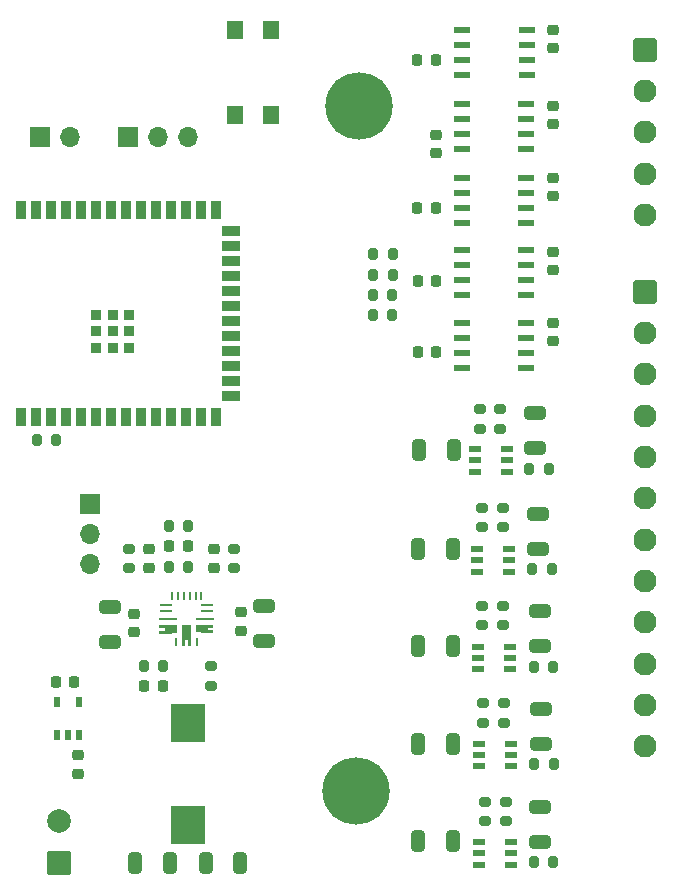
<source format=gts>
%TF.GenerationSoftware,KiCad,Pcbnew,7.0.7*%
%TF.CreationDate,2024-02-09T10:04:47-05:00*%
%TF.ProjectId,control-module-pcb,636f6e74-726f-46c2-9d6d-6f64756c652d,rev?*%
%TF.SameCoordinates,Original*%
%TF.FileFunction,Soldermask,Top*%
%TF.FilePolarity,Negative*%
%FSLAX46Y46*%
G04 Gerber Fmt 4.6, Leading zero omitted, Abs format (unit mm)*
G04 Created by KiCad (PCBNEW 7.0.7) date 2024-02-09 10:04:47*
%MOMM*%
%LPD*%
G01*
G04 APERTURE LIST*
G04 Aperture macros list*
%AMRoundRect*
0 Rectangle with rounded corners*
0 $1 Rounding radius*
0 $2 $3 $4 $5 $6 $7 $8 $9 X,Y pos of 4 corners*
0 Add a 4 corners polygon primitive as box body*
4,1,4,$2,$3,$4,$5,$6,$7,$8,$9,$2,$3,0*
0 Add four circle primitives for the rounded corners*
1,1,$1+$1,$2,$3*
1,1,$1+$1,$4,$5*
1,1,$1+$1,$6,$7*
1,1,$1+$1,$8,$9*
0 Add four rect primitives between the rounded corners*
20,1,$1+$1,$2,$3,$4,$5,0*
20,1,$1+$1,$4,$5,$6,$7,0*
20,1,$1+$1,$6,$7,$8,$9,0*
20,1,$1+$1,$8,$9,$2,$3,0*%
%AMFreePoly0*
4,1,12,0.749300,-0.127000,0.749100,-0.525126,0.343100,-0.525126,0.251100,-0.627126,-0.749100,-0.627126,-0.749100,-0.373126,-0.249100,-0.373126,-0.249300,-0.127000,-0.749300,-0.127000,-0.749300,0.127000,0.749300,0.127000,0.749300,-0.127000,0.749300,-0.127000,$1*%
%AMFreePoly1*
4,1,11,1.425001,0.126937,1.425001,-0.627063,0.355600,-0.627126,-0.355600,-0.627126,-0.355600,-0.373126,0.150400,-0.373126,0.150400,-0.127000,-0.355600,-0.127000,-0.355600,0.127000,0.355600,0.127000,1.425001,0.126937,1.425001,0.126937,$1*%
%AMFreePoly2*
4,1,12,0.546300,0.373126,0.046300,0.373126,0.046100,0.127000,0.546100,0.127000,0.546100,-0.127000,-0.454100,-0.127000,-0.546100,-0.025000,-0.952100,-0.025000,-0.952300,0.373126,-0.952300,0.627126,0.546300,0.627126,0.546300,0.373126,0.546300,0.373126,$1*%
G04 Aperture macros list end*
%ADD10RoundRect,0.225000X0.225000X0.250000X-0.225000X0.250000X-0.225000X-0.250000X0.225000X-0.250000X0*%
%ADD11RoundRect,0.200000X0.275000X-0.200000X0.275000X0.200000X-0.275000X0.200000X-0.275000X-0.200000X0*%
%ADD12RoundRect,0.200000X-0.200000X-0.275000X0.200000X-0.275000X0.200000X0.275000X-0.200000X0.275000X0*%
%ADD13R,1.460500X0.558800*%
%ADD14RoundRect,0.200000X-0.275000X0.200000X-0.275000X-0.200000X0.275000X-0.200000X0.275000X0.200000X0*%
%ADD15RoundRect,0.250000X0.325000X0.650000X-0.325000X0.650000X-0.325000X-0.650000X0.325000X-0.650000X0*%
%ADD16RoundRect,0.225000X-0.225000X-0.250000X0.225000X-0.250000X0.225000X0.250000X-0.225000X0.250000X0*%
%ADD17RoundRect,0.102000X-0.875000X0.875000X-0.875000X-0.875000X0.875000X-0.875000X0.875000X0.875000X0*%
%ADD18C,1.954000*%
%ADD19R,0.558800X0.952500*%
%ADD20RoundRect,0.225000X0.250000X-0.225000X0.250000X0.225000X-0.250000X0.225000X-0.250000X-0.225000X0*%
%ADD21R,2.997200X3.200400*%
%ADD22RoundRect,0.200000X0.200000X0.275000X-0.200000X0.275000X-0.200000X-0.275000X0.200000X-0.275000X0*%
%ADD23RoundRect,0.250000X-0.325000X-0.650000X0.325000X-0.650000X0.325000X0.650000X-0.325000X0.650000X0*%
%ADD24R,1.700000X1.700000*%
%ADD25O,1.700000X1.700000*%
%ADD26RoundRect,0.250000X0.650000X-0.325000X0.650000X0.325000X-0.650000X0.325000X-0.650000X-0.325000X0*%
%ADD27RoundRect,0.102000X0.900000X-0.900000X0.900000X0.900000X-0.900000X0.900000X-0.900000X-0.900000X0*%
%ADD28C,2.004000*%
%ADD29R,0.977900X0.558800*%
%ADD30R,1.092200X0.254000*%
%ADD31R,1.498600X0.254000*%
%ADD32FreePoly0,0.000000*%
%ADD33R,0.127000X0.127000*%
%ADD34R,0.254000X0.711200*%
%ADD35FreePoly1,90.000000*%
%ADD36FreePoly2,0.000000*%
%ADD37RoundRect,0.250000X-0.650000X0.325000X-0.650000X-0.325000X0.650000X-0.325000X0.650000X0.325000X0*%
%ADD38R,1.400000X1.600000*%
%ADD39RoundRect,0.225000X-0.250000X0.225000X-0.250000X-0.225000X0.250000X-0.225000X0.250000X0.225000X0*%
%ADD40R,0.900000X1.500000*%
%ADD41R,1.500000X0.900000*%
%ADD42R,0.900000X0.900000*%
%ADD43C,3.600000*%
%ADD44C,5.700000*%
G04 APERTURE END LIST*
D10*
%TO.C,C4*%
X155135662Y-113629416D03*
X153585662Y-113629416D03*
%TD*%
D11*
%TO.C,R3*%
X152263009Y-103646135D03*
X152263009Y-101996135D03*
%TD*%
D12*
%TO.C,R6*%
X155657159Y-103553860D03*
X157307159Y-103553860D03*
%TD*%
%TO.C,R24*%
X172975000Y-78800000D03*
X174625000Y-78800000D03*
%TD*%
D13*
%TO.C,U13*%
X180500000Y-82865000D03*
X180500000Y-84135000D03*
X180500000Y-85405000D03*
X180500000Y-86675000D03*
X185948300Y-86675000D03*
X185948300Y-85405000D03*
X185948300Y-84135000D03*
X185948300Y-82865000D03*
%TD*%
D14*
%TO.C,R15*%
X182224150Y-106845001D03*
X182224150Y-108495001D03*
%TD*%
D15*
%TO.C,C7*%
X176859999Y-93690000D03*
X179809999Y-93690000D03*
%TD*%
D13*
%TO.C,U11*%
X180500000Y-70615000D03*
X180500000Y-71885000D03*
X180500000Y-73155000D03*
X180500000Y-74425000D03*
X185948300Y-74425000D03*
X185948300Y-73155000D03*
X185948300Y-71885000D03*
X185948300Y-70615000D03*
%TD*%
D16*
%TO.C,C17*%
X176699150Y-60670000D03*
X178249150Y-60670000D03*
%TD*%
D12*
%TO.C,R20*%
X186543650Y-128545002D03*
X188193650Y-128545002D03*
%TD*%
D17*
%TO.C,J4*%
X196000000Y-59750000D03*
D18*
X196000000Y-63250000D03*
X196000000Y-66750000D03*
X196000000Y-70250000D03*
X196000000Y-73750000D03*
%TD*%
D15*
%TO.C,C11*%
X179725000Y-110250000D03*
X176775000Y-110250000D03*
%TD*%
D19*
%TO.C,U3*%
X146160200Y-117777950D03*
X147100000Y-117777950D03*
X148039800Y-117777950D03*
X148039800Y-115022050D03*
X146160200Y-115022050D03*
%TD*%
D20*
%TO.C,C20*%
X188198300Y-66070000D03*
X188198300Y-64520000D03*
%TD*%
D21*
%TO.C,L1*%
X157250000Y-125360600D03*
X157250000Y-116750000D03*
%TD*%
D14*
%TO.C,R1*%
X159250000Y-111949689D03*
X159250000Y-113599689D03*
%TD*%
%TO.C,R12*%
X182224150Y-98545001D03*
X182224150Y-100195001D03*
%TD*%
D11*
%TO.C,R22*%
X184174150Y-125070001D03*
X184174150Y-123420001D03*
%TD*%
D20*
%TO.C,C19*%
X178250000Y-68525000D03*
X178250000Y-66975000D03*
%TD*%
D12*
%TO.C,R4*%
X153527131Y-111949563D03*
X155177131Y-111949563D03*
%TD*%
D11*
%TO.C,R16*%
X183974150Y-108495001D03*
X183974150Y-106845001D03*
%TD*%
D22*
%TO.C,R5*%
X157313994Y-100065209D03*
X155663994Y-100065209D03*
%TD*%
D14*
%TO.C,R9*%
X181975000Y-90195000D03*
X181975000Y-91845000D03*
%TD*%
D20*
%TO.C,C3*%
X153978133Y-103599689D03*
X153978133Y-102049689D03*
%TD*%
D23*
%TO.C,C2B1*%
X158778133Y-128599689D03*
X161728133Y-128599689D03*
%TD*%
D12*
%TO.C,R8*%
X186175000Y-95270000D03*
X187825000Y-95270000D03*
%TD*%
D16*
%TO.C,C2*%
X146125000Y-113277950D03*
X147675000Y-113277950D03*
%TD*%
D22*
%TO.C,R23*%
X174625000Y-77075000D03*
X172975000Y-77075000D03*
%TD*%
D24*
%TO.C,J2*%
X144725000Y-67125000D03*
D25*
X147265000Y-67125000D03*
%TD*%
D12*
%TO.C,R17*%
X186624150Y-120245001D03*
X188274150Y-120245001D03*
%TD*%
D26*
%TO.C,C12*%
X187100000Y-110245001D03*
X187100000Y-107295001D03*
%TD*%
D12*
%TO.C,R2*%
X144475000Y-92800000D03*
X146125000Y-92800000D03*
%TD*%
D27*
%TO.C,J5*%
X146400000Y-128600000D03*
D28*
X146400000Y-125100000D03*
%TD*%
D29*
%TO.C,U8*%
X181943650Y-126845001D03*
X181943650Y-127795002D03*
X181943650Y-128745003D03*
X184674150Y-128745003D03*
X184674150Y-127795002D03*
X184674150Y-126845001D03*
%TD*%
D16*
%TO.C,C21*%
X176699150Y-73170000D03*
X178249150Y-73170000D03*
%TD*%
D20*
%TO.C,C18*%
X188224150Y-59615000D03*
X188224150Y-58065000D03*
%TD*%
D30*
%TO.C,U2*%
X155423129Y-106799311D03*
X155423129Y-107299437D03*
D31*
X155626129Y-107949563D03*
D32*
X155626129Y-108599689D03*
D33*
X155423129Y-109099815D03*
D34*
X156276942Y-109899564D03*
D35*
X156927068Y-109899564D03*
D33*
X157427194Y-109899564D03*
D34*
X158077320Y-109899564D03*
D36*
X158931133Y-109099815D03*
D33*
X158728133Y-108599689D03*
D31*
X158728133Y-107949563D03*
D30*
X158931133Y-107299437D03*
X158931133Y-106799311D03*
D34*
X158427446Y-105999562D03*
X157927320Y-105999562D03*
X157427194Y-105999562D03*
X156927068Y-105999562D03*
X156426942Y-105999562D03*
X155926816Y-105999562D03*
%TD*%
D37*
%TO.C,C1B1*%
X163750000Y-106855300D03*
X163750000Y-109805300D03*
%TD*%
D20*
%TO.C,C6*%
X159478133Y-103599689D03*
X159478133Y-102049689D03*
%TD*%
%TO.C,C26*%
X188198300Y-84405000D03*
X188198300Y-82855000D03*
%TD*%
D29*
%TO.C,U5*%
X181724150Y-102045000D03*
X181724150Y-102995001D03*
X181724150Y-103945002D03*
X184454650Y-103945002D03*
X184454650Y-102995001D03*
X184454650Y-102045000D03*
%TD*%
D13*
%TO.C,U12*%
X180500000Y-76750000D03*
X180500000Y-78020000D03*
X180500000Y-79290000D03*
X180500000Y-80560000D03*
X185948300Y-80560000D03*
X185948300Y-79290000D03*
X185948300Y-78020000D03*
X185948300Y-76750000D03*
%TD*%
D38*
%TO.C,SW1*%
X164300000Y-58100000D03*
X164300000Y-65300000D03*
X161300000Y-58100000D03*
X161300000Y-65300000D03*
%TD*%
D29*
%TO.C,U7*%
X181908900Y-118545000D03*
X181908900Y-119495001D03*
X181908900Y-120445002D03*
X184639400Y-120445002D03*
X184639400Y-119495001D03*
X184639400Y-118545000D03*
%TD*%
D15*
%TO.C,C2A1*%
X155728133Y-128599689D03*
X152778133Y-128599689D03*
%TD*%
D39*
%TO.C,C1D1*%
X161750000Y-107405426D03*
X161750000Y-108955426D03*
%TD*%
D15*
%TO.C,C9*%
X176805000Y-102000000D03*
X179755000Y-102000000D03*
%TD*%
D16*
%TO.C,C23*%
X176724150Y-79370000D03*
X178274150Y-79370000D03*
%TD*%
D20*
%TO.C,C24*%
X188224150Y-78405000D03*
X188224150Y-76855000D03*
%TD*%
D26*
%TO.C,C14*%
X187200000Y-118500000D03*
X187200000Y-115550000D03*
%TD*%
%TO.C,C8*%
X186700000Y-93495001D03*
X186700000Y-90545001D03*
%TD*%
D13*
%TO.C,U10*%
X185948300Y-64365000D03*
X185948300Y-65635000D03*
X185948300Y-66905000D03*
X185948300Y-68175000D03*
X180500000Y-68175000D03*
X180500000Y-66905000D03*
X180500000Y-65635000D03*
X180500000Y-64365000D03*
%TD*%
D11*
%TO.C,R7*%
X161215733Y-103662244D03*
X161215733Y-102012244D03*
%TD*%
D24*
%TO.C,J1*%
X152170000Y-67125000D03*
D25*
X154710000Y-67125000D03*
X157250000Y-67125000D03*
%TD*%
D29*
%TO.C,U4*%
X184340250Y-93569999D03*
X184340250Y-94520000D03*
X184340250Y-95470001D03*
X181609750Y-95470001D03*
X181609750Y-94520000D03*
X181609750Y-93569999D03*
%TD*%
D17*
%TO.C,J3*%
X196000000Y-80250000D03*
D18*
X196000000Y-83750000D03*
X196000000Y-87250000D03*
X196000000Y-90750000D03*
X196000000Y-94250000D03*
X196000000Y-97750000D03*
X196000000Y-101250000D03*
X196000000Y-104750000D03*
X196000000Y-108250000D03*
X196000000Y-111750000D03*
X196000000Y-115250000D03*
X196000000Y-118750000D03*
%TD*%
D12*
%TO.C,R26*%
X172950000Y-82200000D03*
X174600000Y-82200000D03*
%TD*%
D22*
%TO.C,R25*%
X174600000Y-80500000D03*
X172950000Y-80500000D03*
%TD*%
D10*
%TO.C,C5*%
X157250000Y-101805300D03*
X155700000Y-101805300D03*
%TD*%
D14*
%TO.C,R21*%
X182424150Y-123420001D03*
X182424150Y-125070001D03*
%TD*%
D39*
%TO.C,C1*%
X148000000Y-119500000D03*
X148000000Y-121050000D03*
%TD*%
D40*
%TO.C,U1*%
X143180000Y-90850000D03*
X144450000Y-90850000D03*
X145720000Y-90850000D03*
X146990000Y-90850000D03*
X148260000Y-90850000D03*
X149530000Y-90850000D03*
X150800000Y-90850000D03*
X152070000Y-90850000D03*
X153340000Y-90850000D03*
X154610000Y-90850000D03*
X155880000Y-90850000D03*
X157150000Y-90850000D03*
X158420000Y-90850000D03*
X159690000Y-90850000D03*
D41*
X160940000Y-89085000D03*
X160940000Y-87815000D03*
X160940000Y-86545000D03*
X160940000Y-85275000D03*
X160940000Y-84005000D03*
X160940000Y-82735000D03*
X160940000Y-81465000D03*
X160940000Y-80195000D03*
X160940000Y-78925000D03*
X160940000Y-77655000D03*
X160940000Y-76385000D03*
X160940000Y-75115000D03*
D40*
X159690000Y-73350000D03*
X158420000Y-73350000D03*
X157150000Y-73350000D03*
X155880000Y-73350000D03*
X154610000Y-73350000D03*
X153340000Y-73350000D03*
X152070000Y-73350000D03*
X150800000Y-73350000D03*
X149530000Y-73350000D03*
X148260000Y-73350000D03*
X146990000Y-73350000D03*
X145720000Y-73350000D03*
X144450000Y-73350000D03*
X143180000Y-73350000D03*
D42*
X149500000Y-85000000D03*
X150900000Y-85000000D03*
X152300000Y-85000000D03*
X152300000Y-85000000D03*
X149500000Y-83600000D03*
X149500000Y-83600000D03*
X150900000Y-83600000D03*
X152300000Y-83600000D03*
X149500000Y-82200000D03*
X150900000Y-82200000D03*
X152300000Y-82200000D03*
%TD*%
D39*
%TO.C,C1C1*%
X152750000Y-107505300D03*
X152750000Y-109055300D03*
%TD*%
D14*
%TO.C,R18*%
X182274150Y-115095001D03*
X182274150Y-116745001D03*
%TD*%
D43*
%TO.C,REF\u002A\u002A*%
X171500000Y-122500000D03*
D44*
X171500000Y-122500000D03*
%TD*%
D11*
%TO.C,R10*%
X183725000Y-91845000D03*
X183725000Y-90195000D03*
%TD*%
D16*
%TO.C,C25*%
X176724150Y-85370000D03*
X178274150Y-85370000D03*
%TD*%
D20*
%TO.C,C22*%
X188198300Y-72145000D03*
X188198300Y-70595000D03*
%TD*%
D11*
%TO.C,R19*%
X184024150Y-116745001D03*
X184024150Y-115095001D03*
%TD*%
D13*
%TO.C,U9*%
X180525850Y-58095000D03*
X180525850Y-59365000D03*
X180525850Y-60635000D03*
X180525850Y-61905000D03*
X185974150Y-61905000D03*
X185974150Y-60635000D03*
X185974150Y-59365000D03*
X185974150Y-58095000D03*
%TD*%
D43*
%TO.C,REF\u002A\u002A*%
X171750000Y-64500000D03*
D44*
X171750000Y-64500000D03*
%TD*%
D15*
%TO.C,C15*%
X176800000Y-126750000D03*
X179750000Y-126750000D03*
%TD*%
D12*
%TO.C,R14*%
X186574150Y-111995001D03*
X188224150Y-111995001D03*
%TD*%
D15*
%TO.C,C13*%
X179725000Y-118500000D03*
X176775000Y-118500000D03*
%TD*%
D29*
%TO.C,U6*%
X181858900Y-110295000D03*
X181858900Y-111245001D03*
X181858900Y-112195002D03*
X184589400Y-112195002D03*
X184589400Y-111245001D03*
X184589400Y-110295000D03*
%TD*%
D26*
%TO.C,C16*%
X187100000Y-126820001D03*
X187100000Y-123870001D03*
%TD*%
D11*
%TO.C,R13*%
X183974150Y-100195001D03*
X183974150Y-98545001D03*
%TD*%
D37*
%TO.C,C1A1*%
X150698998Y-106955174D03*
X150698998Y-109905174D03*
%TD*%
D26*
%TO.C,C10*%
X186900000Y-102000000D03*
X186900000Y-99050000D03*
%TD*%
D24*
%TO.C,JP1*%
X149000000Y-98225300D03*
D25*
X149000000Y-100765300D03*
X149000000Y-103305300D03*
%TD*%
D12*
%TO.C,R11*%
X186439400Y-103695001D03*
X188089400Y-103695001D03*
%TD*%
M02*

</source>
